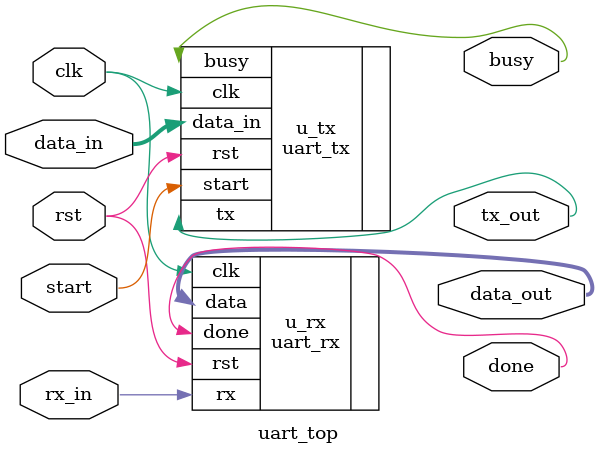
<source format=v>
 module uart_top (
   input clk,           
   input rst,          
   input start,          
   input [7:0] data_in,  
   input rx_in,          
   output [7:0] data_out, 
   output done,         
   output tx_out,        
   output busy         
);

   // UART Transmitter instance
   uart_tx #(.CLK_PER_BIT(5208)) u_tx (
       .clk(clk),
       .rst(rst),
       .data_in(data_in),
       .start(start),
       .tx(tx_out),    // output goes to top module's tx_out pin
       .busy(busy)
   );

   // UART Receiver instance
   uart_rx #(.CLK_PER_BIT(5208)) u_rx (
       .clk(clk),
       .rst(rst),
       .rx(rx_in),     // input comes from top module's rx_in pin (external source)
       .data(data_out),
       .done(done)
   );

endmodule

</source>
